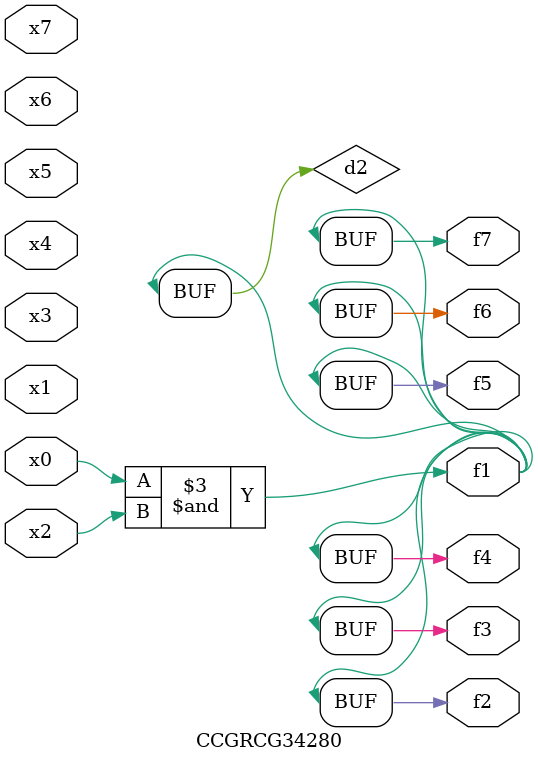
<source format=v>
module CCGRCG34280(
	input x0, x1, x2, x3, x4, x5, x6, x7,
	output f1, f2, f3, f4, f5, f6, f7
);

	wire d1, d2;

	nor (d1, x3, x6);
	and (d2, x0, x2);
	assign f1 = d2;
	assign f2 = d2;
	assign f3 = d2;
	assign f4 = d2;
	assign f5 = d2;
	assign f6 = d2;
	assign f7 = d2;
endmodule

</source>
